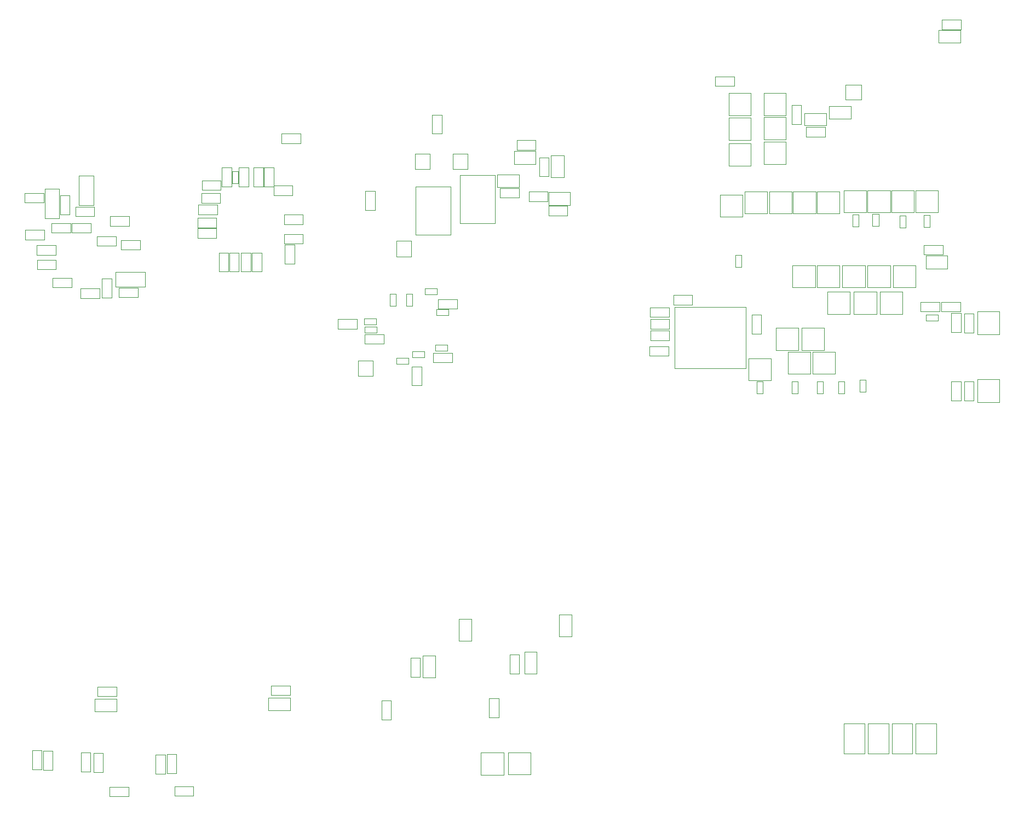
<source format=gbr>
G04 #@! TF.GenerationSoftware,KiCad,Pcbnew,5.1.5+dfsg1-2build2*
G04 #@! TF.CreationDate,2021-02-17T11:04:07+00:00*
G04 #@! TF.ProjectId,HILTOP_Motherboard,48494c54-4f50-45f4-9d6f-74686572626f,Rev C*
G04 #@! TF.SameCoordinates,Original*
G04 #@! TF.FileFunction,Other,User*
%FSLAX46Y46*%
G04 Gerber Fmt 4.6, Leading zero omitted, Abs format (unit mm)*
G04 Created by KiCad (PCBNEW 5.1.5+dfsg1-2build2) date 2021-02-17 11:04:07*
%MOMM*%
%LPD*%
G04 APERTURE LIST*
%ADD10C,0.050000*%
G04 APERTURE END LIST*
D10*
X167700000Y-105050000D02*
X156700000Y-105050000D01*
X167700000Y-95550000D02*
X156700000Y-95550000D01*
X167700000Y-105050000D02*
X167700000Y-95550000D01*
X156700000Y-105050000D02*
X156700000Y-95550000D01*
X108870000Y-80520000D02*
X110370000Y-80520000D01*
X110370000Y-80520000D02*
X110370000Y-77600000D01*
X110370000Y-77600000D02*
X108870000Y-77600000D01*
X108870000Y-77600000D02*
X108870000Y-80520000D01*
X120750000Y-65790000D02*
X119250000Y-65790000D01*
X119250000Y-65790000D02*
X119250000Y-68710000D01*
X119250000Y-68710000D02*
X120750000Y-68710000D01*
X120750000Y-68710000D02*
X120750000Y-65790000D01*
X117575000Y-104740000D02*
X116075000Y-104740000D01*
X116075000Y-104740000D02*
X116075000Y-107660000D01*
X116075000Y-107660000D02*
X117575000Y-107660000D01*
X117575000Y-107660000D02*
X117575000Y-104740000D01*
X198060000Y-51074000D02*
X198060000Y-52574000D01*
X198060000Y-52574000D02*
X200980000Y-52574000D01*
X200980000Y-52574000D02*
X200980000Y-51074000D01*
X200980000Y-51074000D02*
X198060000Y-51074000D01*
X197500000Y-52664000D02*
X197500000Y-54664000D01*
X197500000Y-54664000D02*
X200880000Y-54664000D01*
X200880000Y-54664000D02*
X200880000Y-52664000D01*
X200880000Y-52664000D02*
X197500000Y-52664000D01*
X194000000Y-164590000D02*
X197200000Y-164590000D01*
X197200000Y-164590000D02*
X197200000Y-160010000D01*
X197200000Y-160010000D02*
X194000000Y-160010000D01*
X194000000Y-160010000D02*
X194000000Y-164590000D01*
X96340000Y-81250000D02*
X96340000Y-82750000D01*
X96340000Y-82750000D02*
X99260000Y-82750000D01*
X99260000Y-82750000D02*
X99260000Y-81250000D01*
X99260000Y-81250000D02*
X96340000Y-81250000D01*
X85860000Y-84850000D02*
X85860000Y-83350000D01*
X85860000Y-83350000D02*
X82940000Y-83350000D01*
X82940000Y-83350000D02*
X82940000Y-84850000D01*
X82940000Y-84850000D02*
X85860000Y-84850000D01*
X96340000Y-84250000D02*
X96340000Y-85750000D01*
X96340000Y-85750000D02*
X99260000Y-85750000D01*
X99260000Y-85750000D02*
X99260000Y-84250000D01*
X99260000Y-84250000D02*
X96340000Y-84250000D01*
X92850000Y-87140000D02*
X91350000Y-87140000D01*
X91350000Y-87140000D02*
X91350000Y-90060000D01*
X91350000Y-90060000D02*
X92850000Y-90060000D01*
X92850000Y-90060000D02*
X92850000Y-87140000D01*
X91150000Y-87140000D02*
X89650000Y-87140000D01*
X89650000Y-87140000D02*
X89650000Y-90060000D01*
X89650000Y-90060000D02*
X91150000Y-90060000D01*
X91150000Y-90060000D02*
X91150000Y-87140000D01*
X85860000Y-83250000D02*
X85860000Y-81750000D01*
X85860000Y-81750000D02*
X82940000Y-81750000D01*
X82940000Y-81750000D02*
X82940000Y-83250000D01*
X82940000Y-83250000D02*
X85860000Y-83250000D01*
X165940000Y-61360000D02*
X165940000Y-59860000D01*
X165940000Y-59860000D02*
X163020000Y-59860000D01*
X163020000Y-59860000D02*
X163020000Y-61360000D01*
X163020000Y-61360000D02*
X165940000Y-61360000D01*
X137220000Y-79890000D02*
X137220000Y-81390000D01*
X137220000Y-81390000D02*
X140140000Y-81390000D01*
X140140000Y-81390000D02*
X140140000Y-79890000D01*
X140140000Y-79890000D02*
X137220000Y-79890000D01*
X137210000Y-77760000D02*
X137210000Y-79760000D01*
X137210000Y-79760000D02*
X140590000Y-79760000D01*
X140590000Y-79760000D02*
X140590000Y-77760000D01*
X140590000Y-77760000D02*
X137210000Y-77760000D01*
X195548659Y-87585842D02*
X195548659Y-89585842D01*
X195548659Y-89585842D02*
X198928659Y-89585842D01*
X198928659Y-89585842D02*
X198928659Y-87585842D01*
X198928659Y-87585842D02*
X195548659Y-87585842D01*
X137600000Y-75440000D02*
X139600000Y-75440000D01*
X139600000Y-75440000D02*
X139600000Y-72060000D01*
X139600000Y-72060000D02*
X137600000Y-72060000D01*
X137600000Y-72060000D02*
X137600000Y-75440000D01*
X135260000Y-73425000D02*
X135260000Y-71425000D01*
X135260000Y-71425000D02*
X131880000Y-71425000D01*
X131880000Y-71425000D02*
X131880000Y-73425000D01*
X131880000Y-73425000D02*
X135260000Y-73425000D01*
X91600000Y-76910000D02*
X93100000Y-76910000D01*
X93100000Y-76910000D02*
X93100000Y-73990000D01*
X93100000Y-73990000D02*
X91600000Y-73990000D01*
X91600000Y-73990000D02*
X91600000Y-76910000D01*
X93250000Y-76910000D02*
X94750000Y-76910000D01*
X94750000Y-76910000D02*
X94750000Y-73990000D01*
X94750000Y-73990000D02*
X93250000Y-73990000D01*
X93250000Y-73990000D02*
X93250000Y-76910000D01*
X86700000Y-76910000D02*
X88200000Y-76910000D01*
X88200000Y-76910000D02*
X88200000Y-73990000D01*
X88200000Y-73990000D02*
X86700000Y-73990000D01*
X86700000Y-73990000D02*
X86700000Y-76910000D01*
X89350000Y-87140000D02*
X87850000Y-87140000D01*
X87850000Y-87140000D02*
X87850000Y-90060000D01*
X87850000Y-90060000D02*
X89350000Y-90060000D01*
X89350000Y-90060000D02*
X89350000Y-87140000D01*
X89350000Y-76910000D02*
X90850000Y-76910000D01*
X90850000Y-76910000D02*
X90850000Y-73990000D01*
X90850000Y-73990000D02*
X89350000Y-73990000D01*
X89350000Y-73990000D02*
X89350000Y-76910000D01*
X87750000Y-87140000D02*
X86250000Y-87140000D01*
X86250000Y-87140000D02*
X86250000Y-90060000D01*
X86250000Y-90060000D02*
X87750000Y-90060000D01*
X87750000Y-90060000D02*
X87750000Y-87140000D01*
X98860000Y-70200000D02*
X98860000Y-68700000D01*
X98860000Y-68700000D02*
X95940000Y-68700000D01*
X95940000Y-68700000D02*
X95940000Y-70200000D01*
X95940000Y-70200000D02*
X98860000Y-70200000D01*
X190300000Y-164590000D02*
X193500000Y-164590000D01*
X193500000Y-164590000D02*
X193500000Y-160010000D01*
X193500000Y-160010000D02*
X190300000Y-160010000D01*
X190300000Y-160010000D02*
X190300000Y-164590000D01*
X182900000Y-164590000D02*
X186100000Y-164590000D01*
X186100000Y-164590000D02*
X186100000Y-160010000D01*
X186100000Y-160010000D02*
X182900000Y-160010000D01*
X182900000Y-160010000D02*
X182900000Y-164590000D01*
X186600000Y-164590000D02*
X189800000Y-164590000D01*
X189800000Y-164590000D02*
X189800000Y-160010000D01*
X189800000Y-160010000D02*
X186600000Y-160010000D01*
X186600000Y-160010000D02*
X186600000Y-164590000D01*
X83640000Y-75950000D02*
X83640000Y-77450000D01*
X83640000Y-77450000D02*
X86560000Y-77450000D01*
X86560000Y-77450000D02*
X86560000Y-75950000D01*
X86560000Y-75950000D02*
X83640000Y-75950000D01*
X97950000Y-85915000D02*
X96450000Y-85915000D01*
X96450000Y-85915000D02*
X96450000Y-88835000D01*
X96450000Y-88835000D02*
X97950000Y-88835000D01*
X97950000Y-88835000D02*
X97950000Y-85915000D01*
X94740000Y-76750000D02*
X94740000Y-78250000D01*
X94740000Y-78250000D02*
X97660000Y-78250000D01*
X97660000Y-78250000D02*
X97660000Y-76750000D01*
X97660000Y-76750000D02*
X94740000Y-76750000D01*
X134190000Y-77675000D02*
X134190000Y-79175000D01*
X134190000Y-79175000D02*
X137110000Y-79175000D01*
X137110000Y-79175000D02*
X137110000Y-77675000D01*
X137110000Y-77675000D02*
X134190000Y-77675000D01*
X203550000Y-99750000D02*
X206950000Y-99750000D01*
X206950000Y-99750000D02*
X206950000Y-96250000D01*
X206950000Y-96250000D02*
X203550000Y-96250000D01*
X203550000Y-96250000D02*
X203550000Y-99750000D01*
X155880000Y-98900000D02*
X155880000Y-97400000D01*
X155880000Y-97400000D02*
X152960000Y-97400000D01*
X152960000Y-97400000D02*
X152960000Y-98900000D01*
X152960000Y-98900000D02*
X155880000Y-98900000D01*
X155885000Y-100675000D02*
X155885000Y-99175000D01*
X155885000Y-99175000D02*
X152965000Y-99175000D01*
X152965000Y-99175000D02*
X152965000Y-100675000D01*
X152965000Y-100675000D02*
X155885000Y-100675000D01*
X86460000Y-79450000D02*
X86460000Y-77950000D01*
X86460000Y-77950000D02*
X83540000Y-77950000D01*
X83540000Y-77950000D02*
X83540000Y-79450000D01*
X83540000Y-79450000D02*
X86460000Y-79450000D01*
X198198659Y-87435842D02*
X198198659Y-85935842D01*
X198198659Y-85935842D02*
X195278659Y-85935842D01*
X195278659Y-85935842D02*
X195278659Y-87435842D01*
X195278659Y-87435842D02*
X198198659Y-87435842D01*
X132330000Y-69740000D02*
X132330000Y-71240000D01*
X132330000Y-71240000D02*
X135250000Y-71240000D01*
X135250000Y-71240000D02*
X135250000Y-69740000D01*
X135250000Y-69740000D02*
X132330000Y-69740000D01*
X137290000Y-72415000D02*
X135790000Y-72415000D01*
X135790000Y-72415000D02*
X135790000Y-75335000D01*
X135790000Y-75335000D02*
X137290000Y-75335000D01*
X137290000Y-75335000D02*
X137290000Y-72415000D01*
X86010000Y-81200000D02*
X86010000Y-79700000D01*
X86010000Y-79700000D02*
X83090000Y-79700000D01*
X83090000Y-79700000D02*
X83090000Y-81200000D01*
X83090000Y-81200000D02*
X86010000Y-81200000D01*
X128925000Y-82580000D02*
X123525000Y-82580000D01*
X128925000Y-75120000D02*
X123525000Y-75120000D01*
X128925000Y-82580000D02*
X128925000Y-75120000D01*
X123525000Y-82580000D02*
X123525000Y-75120000D01*
X122075000Y-84355000D02*
X116675000Y-84355000D01*
X122075000Y-76895000D02*
X116675000Y-76895000D01*
X122075000Y-84355000D02*
X122075000Y-76895000D01*
X116675000Y-84355000D02*
X116675000Y-76895000D01*
X122432000Y-71830000D02*
X122432000Y-74243000D01*
X122432000Y-74243000D02*
X124718000Y-74243000D01*
X124718000Y-74243000D02*
X124718000Y-71830000D01*
X124718000Y-71830000D02*
X122432000Y-71830000D01*
X116607000Y-71820000D02*
X116607000Y-74233000D01*
X116607000Y-74233000D02*
X118893000Y-74233000D01*
X118893000Y-74233000D02*
X118893000Y-71820000D01*
X118893000Y-71820000D02*
X116607000Y-71820000D01*
X116023000Y-85310000D02*
X113737000Y-85310000D01*
X116023000Y-87723000D02*
X116023000Y-85310000D01*
X113737000Y-87723000D02*
X116023000Y-87723000D01*
X113737000Y-85310000D02*
X113737000Y-87723000D01*
X156540000Y-93675000D02*
X156540000Y-95175000D01*
X156540000Y-95175000D02*
X159460000Y-95175000D01*
X159460000Y-95175000D02*
X159460000Y-93675000D01*
X159460000Y-93675000D02*
X156540000Y-93675000D01*
X197450000Y-80900000D02*
X197450000Y-77500000D01*
X197450000Y-77500000D02*
X193950000Y-77500000D01*
X193950000Y-77500000D02*
X193950000Y-80900000D01*
X193950000Y-80900000D02*
X197450000Y-80900000D01*
X190250000Y-80900000D02*
X193750000Y-80900000D01*
X190250000Y-77500000D02*
X190250000Y-80900000D01*
X193750000Y-77500000D02*
X190250000Y-77500000D01*
X193750000Y-80900000D02*
X193750000Y-77500000D01*
X190050000Y-80900000D02*
X190050000Y-77500000D01*
X190050000Y-77500000D02*
X186550000Y-77500000D01*
X186550000Y-77500000D02*
X186550000Y-80900000D01*
X186550000Y-80900000D02*
X190050000Y-80900000D01*
X182850000Y-80900000D02*
X186350000Y-80900000D01*
X182850000Y-77500000D02*
X182850000Y-80900000D01*
X186350000Y-77500000D02*
X182850000Y-77500000D01*
X186350000Y-80900000D02*
X186350000Y-77500000D01*
X194000000Y-92500000D02*
X194000000Y-89100000D01*
X194000000Y-89100000D02*
X190500000Y-89100000D01*
X190500000Y-89100000D02*
X190500000Y-92500000D01*
X190500000Y-92500000D02*
X194000000Y-92500000D01*
X186550000Y-92500000D02*
X190050000Y-92500000D01*
X186550000Y-89100000D02*
X186550000Y-92500000D01*
X190050000Y-89100000D02*
X186550000Y-89100000D01*
X190050000Y-92500000D02*
X190050000Y-89100000D01*
X186150000Y-92500000D02*
X186150000Y-89100000D01*
X186150000Y-89100000D02*
X182650000Y-89100000D01*
X182650000Y-89100000D02*
X182650000Y-92500000D01*
X182650000Y-92500000D02*
X186150000Y-92500000D01*
X178750000Y-92500000D02*
X182250000Y-92500000D01*
X178750000Y-89100000D02*
X178750000Y-92500000D01*
X182250000Y-89100000D02*
X178750000Y-89100000D01*
X182250000Y-92500000D02*
X182250000Y-89100000D01*
X178450000Y-92500000D02*
X178450000Y-89100000D01*
X178450000Y-89100000D02*
X174950000Y-89100000D01*
X174950000Y-89100000D02*
X174950000Y-92500000D01*
X174950000Y-92500000D02*
X178450000Y-92500000D01*
X191950000Y-96600000D02*
X191950000Y-93200000D01*
X191950000Y-93200000D02*
X188450000Y-93200000D01*
X188450000Y-93200000D02*
X188450000Y-96600000D01*
X188450000Y-96600000D02*
X191950000Y-96600000D01*
X184450000Y-96600000D02*
X187950000Y-96600000D01*
X184450000Y-93200000D02*
X184450000Y-96600000D01*
X187950000Y-93200000D02*
X184450000Y-93200000D01*
X187950000Y-96600000D02*
X187950000Y-93200000D01*
X183850000Y-96600000D02*
X183850000Y-93200000D01*
X183850000Y-93200000D02*
X180350000Y-93200000D01*
X180350000Y-93200000D02*
X180350000Y-96600000D01*
X180350000Y-96600000D02*
X183850000Y-96600000D01*
X178750000Y-81100000D02*
X182250000Y-81100000D01*
X178750000Y-77700000D02*
X178750000Y-81100000D01*
X182250000Y-77700000D02*
X178750000Y-77700000D01*
X182250000Y-81100000D02*
X182250000Y-77700000D01*
X178550000Y-81100000D02*
X178550000Y-77700000D01*
X178550000Y-77700000D02*
X175050000Y-77700000D01*
X175050000Y-77700000D02*
X175050000Y-81100000D01*
X175050000Y-81100000D02*
X178550000Y-81100000D01*
X171350000Y-81100000D02*
X174850000Y-81100000D01*
X171350000Y-77700000D02*
X171350000Y-81100000D01*
X174850000Y-77700000D02*
X171350000Y-77700000D01*
X174850000Y-81100000D02*
X174850000Y-77700000D01*
X171050000Y-81100000D02*
X171050000Y-77700000D01*
X171050000Y-77700000D02*
X167550000Y-77700000D01*
X167550000Y-77700000D02*
X167550000Y-81100000D01*
X167550000Y-81100000D02*
X171050000Y-81100000D01*
X163750000Y-81600000D02*
X167250000Y-81600000D01*
X163750000Y-78200000D02*
X163750000Y-81600000D01*
X167250000Y-78200000D02*
X163750000Y-78200000D01*
X167250000Y-81600000D02*
X167250000Y-78200000D01*
X173900000Y-73450000D02*
X173900000Y-69950000D01*
X170500000Y-73450000D02*
X173900000Y-73450000D01*
X170500000Y-69950000D02*
X170500000Y-73450000D01*
X173900000Y-69950000D02*
X170500000Y-69950000D01*
X173900000Y-69650000D02*
X173900000Y-66150000D01*
X170500000Y-69650000D02*
X173900000Y-69650000D01*
X170500000Y-66150000D02*
X170500000Y-69650000D01*
X173900000Y-66150000D02*
X170500000Y-66150000D01*
X173900000Y-62450000D02*
X170500000Y-62450000D01*
X170500000Y-62450000D02*
X170500000Y-65950000D01*
X170500000Y-65950000D02*
X173900000Y-65950000D01*
X173900000Y-65950000D02*
X173900000Y-62450000D01*
X165100000Y-62450000D02*
X165100000Y-65950000D01*
X168500000Y-62450000D02*
X165100000Y-62450000D01*
X168500000Y-65950000D02*
X168500000Y-62450000D01*
X165100000Y-65950000D02*
X168500000Y-65950000D01*
X165100000Y-69750000D02*
X168500000Y-69750000D01*
X168500000Y-69750000D02*
X168500000Y-66250000D01*
X168500000Y-66250000D02*
X165100000Y-66250000D01*
X165100000Y-66250000D02*
X165100000Y-69750000D01*
X165100000Y-70200000D02*
X165100000Y-73700000D01*
X168500000Y-70200000D02*
X165100000Y-70200000D01*
X168500000Y-73700000D02*
X168500000Y-70200000D01*
X165100000Y-73700000D02*
X168500000Y-73700000D01*
X203550000Y-110250000D02*
X206950000Y-110250000D01*
X206950000Y-110250000D02*
X206950000Y-106750000D01*
X206950000Y-106750000D02*
X203550000Y-106750000D01*
X203550000Y-106750000D02*
X203550000Y-110250000D01*
X180000000Y-67720000D02*
X177040000Y-67720000D01*
X180000000Y-69180000D02*
X180000000Y-67720000D01*
X177040000Y-69180000D02*
X180000000Y-69180000D01*
X177040000Y-67720000D02*
X177040000Y-69180000D01*
X199520000Y-99442500D02*
X200980000Y-99442500D01*
X200980000Y-99442500D02*
X200980000Y-96482500D01*
X200980000Y-96482500D02*
X199520000Y-96482500D01*
X199520000Y-96482500D02*
X199520000Y-99442500D01*
X199520000Y-109980000D02*
X200980000Y-109980000D01*
X200980000Y-109980000D02*
X200980000Y-107020000D01*
X200980000Y-107020000D02*
X199520000Y-107020000D01*
X199520000Y-107020000D02*
X199520000Y-109980000D01*
X201520000Y-96520000D02*
X201520000Y-99480000D01*
X202980000Y-96520000D02*
X201520000Y-96520000D01*
X202980000Y-99480000D02*
X202980000Y-96520000D01*
X201520000Y-99480000D02*
X202980000Y-99480000D01*
X201520000Y-107020000D02*
X201520000Y-109980000D01*
X202980000Y-107020000D02*
X201520000Y-107020000D01*
X202980000Y-109980000D02*
X202980000Y-107020000D01*
X201520000Y-109980000D02*
X202980000Y-109980000D01*
X185570000Y-61157000D02*
X183157000Y-61157000D01*
X183157000Y-61157000D02*
X183157000Y-63443000D01*
X183157000Y-63443000D02*
X185570000Y-63443000D01*
X185570000Y-63443000D02*
X185570000Y-61157000D01*
X79382198Y-171160000D02*
X82342198Y-171160000D01*
X79382198Y-169700000D02*
X79382198Y-171160000D01*
X82342198Y-169700000D02*
X79382198Y-169700000D01*
X82342198Y-171160000D02*
X82342198Y-169700000D01*
X72312198Y-171250000D02*
X72312198Y-169790000D01*
X72312198Y-169790000D02*
X69352198Y-169790000D01*
X69352198Y-169790000D02*
X69352198Y-171250000D01*
X69352198Y-171250000D02*
X72312198Y-171250000D01*
X123092500Y-94320000D02*
X120132500Y-94320000D01*
X123092500Y-95780000D02*
X123092500Y-94320000D01*
X120132500Y-95780000D02*
X123092500Y-95780000D01*
X120132500Y-94320000D02*
X120132500Y-95780000D01*
X94320000Y-154145000D02*
X94320000Y-155605000D01*
X94320000Y-155605000D02*
X97280000Y-155605000D01*
X97280000Y-155605000D02*
X97280000Y-154145000D01*
X97280000Y-154145000D02*
X94320000Y-154145000D01*
X67077500Y-156180000D02*
X67077500Y-158080000D01*
X67077500Y-158080000D02*
X70437500Y-158080000D01*
X70437500Y-158080000D02*
X70437500Y-156180000D01*
X70437500Y-156180000D02*
X67077500Y-156180000D01*
X70422500Y-154260000D02*
X67462500Y-154260000D01*
X70422500Y-155720000D02*
X70422500Y-154260000D01*
X67462500Y-155720000D02*
X70422500Y-155720000D01*
X67462500Y-154260000D02*
X67462500Y-155720000D01*
X132682500Y-76970000D02*
X132682500Y-75070000D01*
X132682500Y-75070000D02*
X129322500Y-75070000D01*
X129322500Y-75070000D02*
X129322500Y-76970000D01*
X129322500Y-76970000D02*
X132682500Y-76970000D01*
X93920000Y-156025000D02*
X93920000Y-157925000D01*
X93920000Y-157925000D02*
X97280000Y-157925000D01*
X97280000Y-157925000D02*
X97280000Y-156025000D01*
X97280000Y-156025000D02*
X93920000Y-156025000D01*
X140800000Y-146480000D02*
X140800000Y-143120000D01*
X138900000Y-146480000D02*
X140800000Y-146480000D01*
X138900000Y-143120000D02*
X138900000Y-146480000D01*
X140800000Y-143120000D02*
X138900000Y-143120000D01*
X133500000Y-148882500D02*
X133500000Y-152242500D01*
X135400000Y-148882500D02*
X133500000Y-148882500D01*
X135400000Y-152242500D02*
X135400000Y-148882500D01*
X133500000Y-152242500D02*
X135400000Y-152242500D01*
X131220000Y-149320000D02*
X131220000Y-152280000D01*
X132680000Y-149320000D02*
X131220000Y-149320000D01*
X132680000Y-152280000D02*
X132680000Y-149320000D01*
X131220000Y-152280000D02*
X132680000Y-152280000D01*
X125300000Y-147155000D02*
X125300000Y-143795000D01*
X123400000Y-147155000D02*
X125300000Y-147155000D01*
X123400000Y-143795000D02*
X123400000Y-147155000D01*
X125300000Y-143795000D02*
X123400000Y-143795000D01*
X117800000Y-149495000D02*
X117800000Y-152855000D01*
X119700000Y-149495000D02*
X117800000Y-149495000D01*
X119700000Y-152855000D02*
X119700000Y-149495000D01*
X117800000Y-152855000D02*
X119700000Y-152855000D01*
X115920000Y-152755000D02*
X117380000Y-152755000D01*
X117380000Y-152755000D02*
X117380000Y-149795000D01*
X117380000Y-149795000D02*
X115920000Y-149795000D01*
X115920000Y-149795000D02*
X115920000Y-152755000D01*
X128050000Y-156060000D02*
X128050000Y-159020000D01*
X129510000Y-156060000D02*
X128050000Y-156060000D01*
X129510000Y-159020000D02*
X129510000Y-156060000D01*
X128050000Y-159020000D02*
X129510000Y-159020000D01*
X111440000Y-159410000D02*
X112900000Y-159410000D01*
X112900000Y-159410000D02*
X112900000Y-156450000D01*
X112900000Y-156450000D02*
X111440000Y-156450000D01*
X111440000Y-156450000D02*
X111440000Y-159410000D01*
X73770000Y-92580000D02*
X70810000Y-92580000D01*
X73770000Y-94040000D02*
X73770000Y-92580000D01*
X70810000Y-94040000D02*
X73770000Y-94040000D01*
X70810000Y-92580000D02*
X70810000Y-94040000D01*
X69470000Y-81510000D02*
X69470000Y-82970000D01*
X69470000Y-82970000D02*
X72430000Y-82970000D01*
X72430000Y-82970000D02*
X72430000Y-81510000D01*
X72430000Y-81510000D02*
X69470000Y-81510000D01*
X60530000Y-92520000D02*
X63490000Y-92520000D01*
X60530000Y-91060000D02*
X60530000Y-92520000D01*
X63490000Y-91060000D02*
X60530000Y-91060000D01*
X63490000Y-92520000D02*
X63490000Y-91060000D01*
X58130000Y-89690000D02*
X61090000Y-89690000D01*
X58130000Y-88230000D02*
X58130000Y-89690000D01*
X61090000Y-88230000D02*
X58130000Y-88230000D01*
X61090000Y-89690000D02*
X61090000Y-88230000D01*
X59310000Y-85100000D02*
X59310000Y-83640000D01*
X59310000Y-83640000D02*
X56350000Y-83640000D01*
X56350000Y-83640000D02*
X56350000Y-85100000D01*
X56350000Y-85100000D02*
X59310000Y-85100000D01*
X63340000Y-82570000D02*
X60380000Y-82570000D01*
X63340000Y-84030000D02*
X63340000Y-82570000D01*
X60380000Y-84030000D02*
X63340000Y-84030000D01*
X60380000Y-82570000D02*
X60380000Y-84030000D01*
X71150000Y-85230000D02*
X71150000Y-86690000D01*
X71150000Y-86690000D02*
X74110000Y-86690000D01*
X74110000Y-86690000D02*
X74110000Y-85230000D01*
X74110000Y-85230000D02*
X71150000Y-85230000D01*
X63470000Y-82590000D02*
X63470000Y-84050000D01*
X63470000Y-84050000D02*
X66430000Y-84050000D01*
X66430000Y-84050000D02*
X66430000Y-82590000D01*
X66430000Y-82590000D02*
X63470000Y-82590000D01*
X69660000Y-94100000D02*
X69660000Y-91140000D01*
X68200000Y-94100000D02*
X69660000Y-94100000D01*
X68200000Y-91140000D02*
X68200000Y-94100000D01*
X69660000Y-91140000D02*
X68200000Y-91140000D01*
X64867500Y-92690000D02*
X64867500Y-94150000D01*
X64867500Y-94150000D02*
X67827500Y-94150000D01*
X67827500Y-94150000D02*
X67827500Y-92690000D01*
X67827500Y-92690000D02*
X64867500Y-92690000D01*
X61070000Y-87470000D02*
X61070000Y-86010000D01*
X61070000Y-86010000D02*
X58110000Y-86010000D01*
X58110000Y-86010000D02*
X58110000Y-87470000D01*
X58110000Y-87470000D02*
X61070000Y-87470000D01*
X180160000Y-67460000D02*
X180160000Y-65560000D01*
X180160000Y-65560000D02*
X176800000Y-65560000D01*
X176800000Y-65560000D02*
X176800000Y-67460000D01*
X176800000Y-67460000D02*
X180160000Y-67460000D01*
X70390000Y-84630000D02*
X67430000Y-84630000D01*
X70390000Y-86090000D02*
X70390000Y-84630000D01*
X67430000Y-86090000D02*
X70390000Y-86090000D01*
X67430000Y-84630000D02*
X67430000Y-86090000D01*
X61710000Y-81242500D02*
X63170000Y-81242500D01*
X63170000Y-81242500D02*
X63170000Y-78282500D01*
X63170000Y-78282500D02*
X61710000Y-78282500D01*
X61710000Y-78282500D02*
X61710000Y-81242500D01*
X180640000Y-64500000D02*
X180640000Y-66400000D01*
X180640000Y-66400000D02*
X184000000Y-66400000D01*
X184000000Y-66400000D02*
X184000000Y-64500000D01*
X184000000Y-64500000D02*
X180640000Y-64500000D01*
X130280000Y-167890000D02*
X130280000Y-164490000D01*
X130280000Y-164490000D02*
X126780000Y-164490000D01*
X126780000Y-164490000D02*
X126780000Y-167890000D01*
X126780000Y-167890000D02*
X130280000Y-167890000D01*
X130980000Y-167870000D02*
X134480000Y-167870000D01*
X130980000Y-164470000D02*
X130980000Y-167870000D01*
X134480000Y-164470000D02*
X130980000Y-164470000D01*
X134480000Y-167870000D02*
X134480000Y-164470000D01*
X67017500Y-80060000D02*
X64057500Y-80060000D01*
X67017500Y-81520000D02*
X67017500Y-80060000D01*
X64057500Y-81520000D02*
X67017500Y-81520000D01*
X64057500Y-80060000D02*
X64057500Y-81520000D01*
X56210000Y-79350000D02*
X59170000Y-79350000D01*
X56210000Y-77890000D02*
X56210000Y-79350000D01*
X59170000Y-77890000D02*
X56210000Y-77890000D01*
X59170000Y-79350000D02*
X59170000Y-77890000D01*
X194732500Y-94770000D02*
X194732500Y-96230000D01*
X194732500Y-96230000D02*
X197692500Y-96230000D01*
X197692500Y-96230000D02*
X197692500Y-94770000D01*
X197692500Y-94770000D02*
X194732500Y-94770000D01*
X197982500Y-96230000D02*
X200942500Y-96230000D01*
X197982500Y-94770000D02*
X197982500Y-96230000D01*
X200942500Y-94770000D02*
X197982500Y-94770000D01*
X200942500Y-96230000D02*
X200942500Y-94770000D01*
X155767500Y-103055000D02*
X155767500Y-101595000D01*
X155767500Y-101595000D02*
X152807500Y-101595000D01*
X152807500Y-101595000D02*
X152807500Y-103055000D01*
X152807500Y-103055000D02*
X155767500Y-103055000D01*
X152920000Y-97105000D02*
X155880000Y-97105000D01*
X152920000Y-95645000D02*
X152920000Y-97105000D01*
X155880000Y-95645000D02*
X152920000Y-95645000D01*
X155880000Y-97105000D02*
X155880000Y-95645000D01*
X129710000Y-77130000D02*
X129710000Y-78590000D01*
X129710000Y-78590000D02*
X132670000Y-78590000D01*
X132670000Y-78590000D02*
X132670000Y-77130000D01*
X132670000Y-77130000D02*
X129710000Y-77130000D01*
X181550000Y-105900000D02*
X181550000Y-102500000D01*
X181550000Y-102500000D02*
X178050000Y-102500000D01*
X178050000Y-102500000D02*
X178050000Y-105900000D01*
X178050000Y-105900000D02*
X181550000Y-105900000D01*
X179850000Y-102200000D02*
X179850000Y-98800000D01*
X179850000Y-98800000D02*
X176350000Y-98800000D01*
X176350000Y-98800000D02*
X176350000Y-102200000D01*
X176350000Y-102200000D02*
X179850000Y-102200000D01*
X174250000Y-105900000D02*
X177750000Y-105900000D01*
X174250000Y-102500000D02*
X174250000Y-105900000D01*
X177750000Y-102500000D02*
X174250000Y-102500000D01*
X177750000Y-105900000D02*
X177750000Y-102500000D01*
X171650000Y-106900000D02*
X171650000Y-103500000D01*
X171650000Y-103500000D02*
X168150000Y-103500000D01*
X168150000Y-103500000D02*
X168150000Y-106900000D01*
X168150000Y-106900000D02*
X171650000Y-106900000D01*
X175850000Y-102200000D02*
X175850000Y-98800000D01*
X175850000Y-98800000D02*
X172350000Y-98800000D01*
X172350000Y-98800000D02*
X172350000Y-102200000D01*
X172350000Y-102200000D02*
X175850000Y-102200000D01*
X182030000Y-108945000D02*
X182970000Y-108945000D01*
X182970000Y-108945000D02*
X182970000Y-107085000D01*
X182970000Y-107085000D02*
X182030000Y-107085000D01*
X182030000Y-107085000D02*
X182030000Y-108945000D01*
X195620000Y-96700000D02*
X195620000Y-97640000D01*
X195620000Y-97640000D02*
X197480000Y-97640000D01*
X197480000Y-97640000D02*
X197480000Y-96700000D01*
X197480000Y-96700000D02*
X195620000Y-96700000D01*
X167070000Y-87470000D02*
X166130000Y-87470000D01*
X166130000Y-87470000D02*
X166130000Y-89330000D01*
X166130000Y-89330000D02*
X167070000Y-89330000D01*
X167070000Y-89330000D02*
X167070000Y-87470000D01*
X185330000Y-106785000D02*
X185330000Y-108645000D01*
X186270000Y-106785000D02*
X185330000Y-106785000D01*
X186270000Y-108645000D02*
X186270000Y-106785000D01*
X185330000Y-108645000D02*
X186270000Y-108645000D01*
X178730000Y-108945000D02*
X179670000Y-108945000D01*
X179670000Y-108945000D02*
X179670000Y-107085000D01*
X179670000Y-107085000D02*
X178730000Y-107085000D01*
X178730000Y-107085000D02*
X178730000Y-108945000D01*
X169430000Y-107070000D02*
X169430000Y-108930000D01*
X170370000Y-107070000D02*
X169430000Y-107070000D01*
X170370000Y-108930000D02*
X170370000Y-107070000D01*
X169430000Y-108930000D02*
X170370000Y-108930000D01*
X174830000Y-107070000D02*
X174830000Y-108930000D01*
X175770000Y-107070000D02*
X174830000Y-107070000D01*
X175770000Y-108930000D02*
X175770000Y-107070000D01*
X174830000Y-108930000D02*
X175770000Y-108930000D01*
X196170000Y-83215000D02*
X196170000Y-81355000D01*
X195230000Y-83215000D02*
X196170000Y-83215000D01*
X195230000Y-81355000D02*
X195230000Y-83215000D01*
X196170000Y-81355000D02*
X195230000Y-81355000D01*
X192470000Y-81370000D02*
X191530000Y-81370000D01*
X191530000Y-81370000D02*
X191530000Y-83230000D01*
X191530000Y-83230000D02*
X192470000Y-83230000D01*
X192470000Y-83230000D02*
X192470000Y-81370000D01*
X188270000Y-83030000D02*
X188270000Y-81170000D01*
X187330000Y-83030000D02*
X188270000Y-83030000D01*
X187330000Y-81170000D02*
X187330000Y-83030000D01*
X188270000Y-81170000D02*
X187330000Y-81170000D01*
X185170000Y-81270000D02*
X184230000Y-81270000D01*
X184230000Y-81270000D02*
X184230000Y-83130000D01*
X184230000Y-83130000D02*
X185170000Y-83130000D01*
X185170000Y-83130000D02*
X185170000Y-81270000D01*
X108800000Y-99770000D02*
X108800000Y-101230000D01*
X108800000Y-101230000D02*
X111760000Y-101230000D01*
X111760000Y-101230000D02*
X111760000Y-99770000D01*
X111760000Y-99770000D02*
X108800000Y-99770000D01*
X108745000Y-97350000D02*
X108745000Y-98290000D01*
X108745000Y-98290000D02*
X110605000Y-98290000D01*
X110605000Y-98290000D02*
X110605000Y-97350000D01*
X110605000Y-97350000D02*
X108745000Y-97350000D01*
X119980000Y-92680000D02*
X118120000Y-92680000D01*
X119980000Y-93620000D02*
X119980000Y-92680000D01*
X118120000Y-93620000D02*
X119980000Y-93620000D01*
X118120000Y-92680000D02*
X118120000Y-93620000D01*
X110650000Y-98590000D02*
X108790000Y-98590000D01*
X110650000Y-99530000D02*
X110650000Y-98590000D01*
X108790000Y-99530000D02*
X110650000Y-99530000D01*
X108790000Y-98590000D02*
X108790000Y-99530000D01*
X113610000Y-93520000D02*
X112670000Y-93520000D01*
X112670000Y-93520000D02*
X112670000Y-95380000D01*
X112670000Y-95380000D02*
X113610000Y-95380000D01*
X113610000Y-95380000D02*
X113610000Y-93520000D01*
X107650000Y-98890000D02*
X107650000Y-97430000D01*
X107650000Y-97430000D02*
X104690000Y-97430000D01*
X104690000Y-97430000D02*
X104690000Y-98890000D01*
X104690000Y-98890000D02*
X107650000Y-98890000D01*
X116200000Y-95390000D02*
X116200000Y-93530000D01*
X115260000Y-95390000D02*
X116200000Y-95390000D01*
X115260000Y-93530000D02*
X115260000Y-95390000D01*
X116200000Y-93530000D02*
X115260000Y-93530000D01*
X118024000Y-102400000D02*
X116164000Y-102400000D01*
X118024000Y-103340000D02*
X118024000Y-102400000D01*
X116164000Y-103340000D02*
X118024000Y-103340000D01*
X116164000Y-102400000D02*
X116164000Y-103340000D01*
X119720000Y-101384000D02*
X119720000Y-102324000D01*
X119720000Y-102324000D02*
X121580000Y-102324000D01*
X121580000Y-102324000D02*
X121580000Y-101384000D01*
X121580000Y-101384000D02*
X119720000Y-101384000D01*
X113675000Y-104350000D02*
X115535000Y-104350000D01*
X113675000Y-103410000D02*
X113675000Y-104350000D01*
X115535000Y-103410000D02*
X113675000Y-103410000D01*
X115535000Y-104350000D02*
X115535000Y-103410000D01*
X122384000Y-102648000D02*
X119424000Y-102648000D01*
X122384000Y-104108000D02*
X122384000Y-102648000D01*
X119424000Y-104108000D02*
X122384000Y-104108000D01*
X119424000Y-102648000D02*
X119424000Y-104108000D01*
X88330000Y-76380000D02*
X89270000Y-76380000D01*
X89270000Y-76380000D02*
X89270000Y-74520000D01*
X89270000Y-74520000D02*
X88330000Y-74520000D01*
X88330000Y-74520000D02*
X88330000Y-76380000D01*
X70260000Y-90160000D02*
X70260000Y-92400000D01*
X70260000Y-92400000D02*
X74820000Y-92400000D01*
X74820000Y-92400000D02*
X74820000Y-90160000D01*
X74820000Y-90160000D02*
X70260000Y-90160000D01*
X64630000Y-75220000D02*
X64630000Y-79780000D01*
X66870000Y-75220000D02*
X64630000Y-75220000D01*
X66870000Y-79780000D02*
X66870000Y-75220000D01*
X64630000Y-79780000D02*
X66870000Y-79780000D01*
X59350000Y-81852500D02*
X61590000Y-81852500D01*
X61590000Y-81852500D02*
X61590000Y-77292500D01*
X61590000Y-77292500D02*
X59350000Y-77292500D01*
X59350000Y-77292500D02*
X59350000Y-81852500D01*
X66870000Y-167480000D02*
X68330000Y-167480000D01*
X68330000Y-167480000D02*
X68330000Y-164520000D01*
X68330000Y-164520000D02*
X66870000Y-164520000D01*
X66870000Y-164520000D02*
X66870000Y-167480000D01*
X64920000Y-164482500D02*
X64920000Y-167442500D01*
X66380000Y-164482500D02*
X64920000Y-164482500D01*
X66380000Y-167442500D02*
X66380000Y-164482500D01*
X64920000Y-167442500D02*
X66380000Y-167442500D01*
X78245000Y-167705000D02*
X79705000Y-167705000D01*
X79705000Y-167705000D02*
X79705000Y-164745000D01*
X79705000Y-164745000D02*
X78245000Y-164745000D01*
X78245000Y-164745000D02*
X78245000Y-167705000D01*
X59070000Y-167130000D02*
X60530000Y-167130000D01*
X60530000Y-167130000D02*
X60530000Y-164170000D01*
X60530000Y-164170000D02*
X59070000Y-164170000D01*
X59070000Y-164170000D02*
X59070000Y-167130000D01*
X76495000Y-164770000D02*
X76495000Y-167730000D01*
X77955000Y-164770000D02*
X76495000Y-164770000D01*
X77955000Y-167730000D02*
X77955000Y-164770000D01*
X76495000Y-167730000D02*
X77955000Y-167730000D01*
X57395000Y-164157500D02*
X57395000Y-167117500D01*
X58855000Y-164157500D02*
X57395000Y-164157500D01*
X58855000Y-167117500D02*
X58855000Y-164157500D01*
X57395000Y-167117500D02*
X58855000Y-167117500D01*
X119895000Y-95905000D02*
X119895000Y-96845000D01*
X119895000Y-96845000D02*
X121755000Y-96845000D01*
X121755000Y-96845000D02*
X121755000Y-95905000D01*
X121755000Y-95905000D02*
X119895000Y-95905000D01*
X170105000Y-96745000D02*
X168645000Y-96745000D01*
X168645000Y-96745000D02*
X168645000Y-99705000D01*
X168645000Y-99705000D02*
X170105000Y-99705000D01*
X170105000Y-99705000D02*
X170105000Y-96745000D01*
X107823000Y-103820000D02*
X107823000Y-106233000D01*
X107823000Y-106233000D02*
X110109000Y-106233000D01*
X110109000Y-106233000D02*
X110109000Y-103820000D01*
X110109000Y-103820000D02*
X107823000Y-103820000D01*
X174830000Y-67260000D02*
X176290000Y-67260000D01*
X176290000Y-67260000D02*
X176290000Y-64300000D01*
X176290000Y-64300000D02*
X174830000Y-64300000D01*
X174830000Y-64300000D02*
X174830000Y-67260000D01*
M02*

</source>
